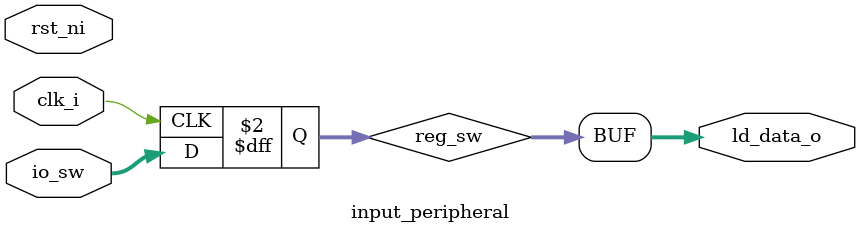
<source format=sv>
module input_peripheral(
	input logic clk_i,
	input logic rst_ni,
	input logic [31:0] io_sw,
	
	output logic [31:0] ld_data_o
	);
	
	logic [31:0] reg_sw;
	
	
	always@(posedge clk_i) begin
			reg_sw <= io_sw[31:0];
	end
	
	assign ld_data_o = reg_sw;	
	
endmodule
</source>
